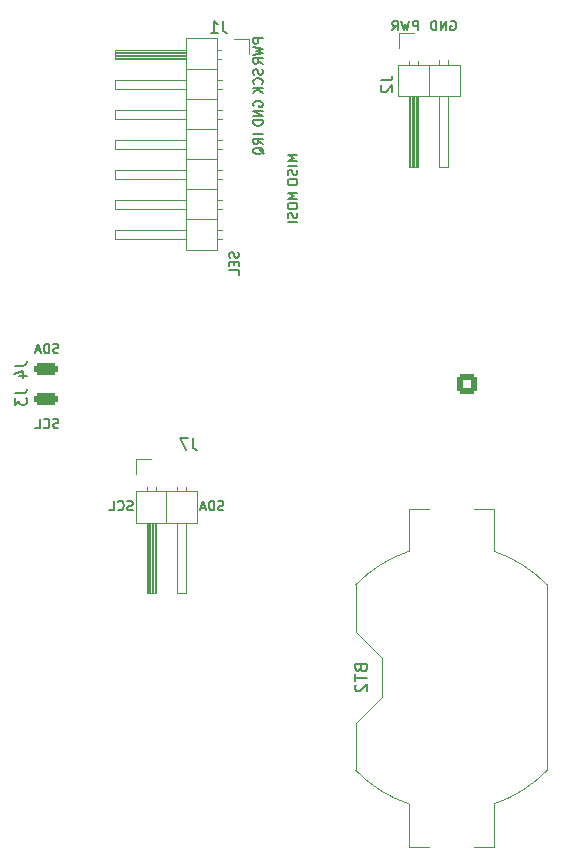
<source format=gbr>
%TF.GenerationSoftware,KiCad,Pcbnew,7.0.10*%
%TF.CreationDate,2024-02-19T19:24:59+01:00*%
%TF.ProjectId,lightning_detector,6c696768-746e-4696-9e67-5f6465746563,rev?*%
%TF.SameCoordinates,Original*%
%TF.FileFunction,Legend,Bot*%
%TF.FilePolarity,Positive*%
%FSLAX46Y46*%
G04 Gerber Fmt 4.6, Leading zero omitted, Abs format (unit mm)*
G04 Created by KiCad (PCBNEW 7.0.10) date 2024-02-19 19:24:59*
%MOMM*%
%LPD*%
G01*
G04 APERTURE LIST*
G04 Aperture macros list*
%AMRoundRect*
0 Rectangle with rounded corners*
0 $1 Rounding radius*
0 $2 $3 $4 $5 $6 $7 $8 $9 X,Y pos of 4 corners*
0 Add a 4 corners polygon primitive as box body*
4,1,4,$2,$3,$4,$5,$6,$7,$8,$9,$2,$3,0*
0 Add four circle primitives for the rounded corners*
1,1,$1+$1,$2,$3*
1,1,$1+$1,$4,$5*
1,1,$1+$1,$6,$7*
1,1,$1+$1,$8,$9*
0 Add four rect primitives between the rounded corners*
20,1,$1+$1,$2,$3,$4,$5,0*
20,1,$1+$1,$4,$5,$6,$7,0*
20,1,$1+$1,$6,$7,$8,$9,0*
20,1,$1+$1,$8,$9,$2,$3,0*%
G04 Aperture macros list end*
%ADD10C,0.150000*%
%ADD11C,0.120000*%
%ADD12C,2.700000*%
%ADD13C,2.000000*%
%ADD14R,1.600000X1.600000*%
%ADD15O,1.600000X1.600000*%
%ADD16R,2.000000X2.000000*%
%ADD17RoundRect,0.249900X-0.600100X-0.600100X0.600100X-0.600100X0.600100X0.600100X-0.600100X0.600100X0*%
%ADD18C,1.700000*%
%ADD19R,1.300000X1.300000*%
%ADD20C,1.300000*%
%ADD21C,1.600000*%
%ADD22R,2.400000X2.400000*%
%ADD23O,2.400000X2.400000*%
%ADD24R,1.700000X1.700000*%
%ADD25O,1.700000X1.700000*%
%ADD26R,3.510000X2.540000*%
%ADD27RoundRect,0.250000X-0.750000X0.250000X-0.750000X-0.250000X0.750000X-0.250000X0.750000X0.250000X0*%
G04 APERTURE END LIST*
D10*
X70760295Y-34579160D02*
X69960295Y-34579160D01*
X69960295Y-34579160D02*
X70531723Y-34845826D01*
X70531723Y-34845826D02*
X69960295Y-35112493D01*
X69960295Y-35112493D02*
X70760295Y-35112493D01*
X69960295Y-35645827D02*
X69960295Y-35798208D01*
X69960295Y-35798208D02*
X69998390Y-35874398D01*
X69998390Y-35874398D02*
X70074580Y-35950589D01*
X70074580Y-35950589D02*
X70226961Y-35988684D01*
X70226961Y-35988684D02*
X70493628Y-35988684D01*
X70493628Y-35988684D02*
X70646009Y-35950589D01*
X70646009Y-35950589D02*
X70722200Y-35874398D01*
X70722200Y-35874398D02*
X70760295Y-35798208D01*
X70760295Y-35798208D02*
X70760295Y-35645827D01*
X70760295Y-35645827D02*
X70722200Y-35569636D01*
X70722200Y-35569636D02*
X70646009Y-35493446D01*
X70646009Y-35493446D02*
X70493628Y-35455350D01*
X70493628Y-35455350D02*
X70226961Y-35455350D01*
X70226961Y-35455350D02*
X70074580Y-35493446D01*
X70074580Y-35493446D02*
X69998390Y-35569636D01*
X69998390Y-35569636D02*
X69960295Y-35645827D01*
X70722200Y-36293445D02*
X70760295Y-36407731D01*
X70760295Y-36407731D02*
X70760295Y-36598207D01*
X70760295Y-36598207D02*
X70722200Y-36674398D01*
X70722200Y-36674398D02*
X70684104Y-36712493D01*
X70684104Y-36712493D02*
X70607914Y-36750588D01*
X70607914Y-36750588D02*
X70531723Y-36750588D01*
X70531723Y-36750588D02*
X70455533Y-36712493D01*
X70455533Y-36712493D02*
X70417438Y-36674398D01*
X70417438Y-36674398D02*
X70379342Y-36598207D01*
X70379342Y-36598207D02*
X70341247Y-36445826D01*
X70341247Y-36445826D02*
X70303152Y-36369636D01*
X70303152Y-36369636D02*
X70265057Y-36331541D01*
X70265057Y-36331541D02*
X70188866Y-36293445D01*
X70188866Y-36293445D02*
X70112676Y-36293445D01*
X70112676Y-36293445D02*
X70036485Y-36331541D01*
X70036485Y-36331541D02*
X69998390Y-36369636D01*
X69998390Y-36369636D02*
X69960295Y-36445826D01*
X69960295Y-36445826D02*
X69960295Y-36636303D01*
X69960295Y-36636303D02*
X69998390Y-36750588D01*
X70760295Y-37093446D02*
X69960295Y-37093446D01*
X65769200Y-39621064D02*
X65807295Y-39735350D01*
X65807295Y-39735350D02*
X65807295Y-39925826D01*
X65807295Y-39925826D02*
X65769200Y-40002017D01*
X65769200Y-40002017D02*
X65731104Y-40040112D01*
X65731104Y-40040112D02*
X65654914Y-40078207D01*
X65654914Y-40078207D02*
X65578723Y-40078207D01*
X65578723Y-40078207D02*
X65502533Y-40040112D01*
X65502533Y-40040112D02*
X65464438Y-40002017D01*
X65464438Y-40002017D02*
X65426342Y-39925826D01*
X65426342Y-39925826D02*
X65388247Y-39773445D01*
X65388247Y-39773445D02*
X65350152Y-39697255D01*
X65350152Y-39697255D02*
X65312057Y-39659160D01*
X65312057Y-39659160D02*
X65235866Y-39621064D01*
X65235866Y-39621064D02*
X65159676Y-39621064D01*
X65159676Y-39621064D02*
X65083485Y-39659160D01*
X65083485Y-39659160D02*
X65045390Y-39697255D01*
X65045390Y-39697255D02*
X65007295Y-39773445D01*
X65007295Y-39773445D02*
X65007295Y-39963922D01*
X65007295Y-39963922D02*
X65045390Y-40078207D01*
X65388247Y-40421065D02*
X65388247Y-40687731D01*
X65807295Y-40802017D02*
X65807295Y-40421065D01*
X65807295Y-40421065D02*
X65007295Y-40421065D01*
X65007295Y-40421065D02*
X65007295Y-40802017D01*
X65807295Y-41525827D02*
X65807295Y-41144875D01*
X65807295Y-41144875D02*
X65007295Y-41144875D01*
X67077390Y-27251207D02*
X67039295Y-27175017D01*
X67039295Y-27175017D02*
X67039295Y-27060731D01*
X67039295Y-27060731D02*
X67077390Y-26946445D01*
X67077390Y-26946445D02*
X67153580Y-26870255D01*
X67153580Y-26870255D02*
X67229771Y-26832160D01*
X67229771Y-26832160D02*
X67382152Y-26794064D01*
X67382152Y-26794064D02*
X67496438Y-26794064D01*
X67496438Y-26794064D02*
X67648819Y-26832160D01*
X67648819Y-26832160D02*
X67725009Y-26870255D01*
X67725009Y-26870255D02*
X67801200Y-26946445D01*
X67801200Y-26946445D02*
X67839295Y-27060731D01*
X67839295Y-27060731D02*
X67839295Y-27136922D01*
X67839295Y-27136922D02*
X67801200Y-27251207D01*
X67801200Y-27251207D02*
X67763104Y-27289303D01*
X67763104Y-27289303D02*
X67496438Y-27289303D01*
X67496438Y-27289303D02*
X67496438Y-27136922D01*
X67839295Y-27632160D02*
X67039295Y-27632160D01*
X67039295Y-27632160D02*
X67839295Y-28089303D01*
X67839295Y-28089303D02*
X67039295Y-28089303D01*
X67839295Y-28470255D02*
X67039295Y-28470255D01*
X67039295Y-28470255D02*
X67039295Y-28660731D01*
X67039295Y-28660731D02*
X67077390Y-28775017D01*
X67077390Y-28775017D02*
X67153580Y-28851207D01*
X67153580Y-28851207D02*
X67229771Y-28889302D01*
X67229771Y-28889302D02*
X67382152Y-28927398D01*
X67382152Y-28927398D02*
X67496438Y-28927398D01*
X67496438Y-28927398D02*
X67648819Y-28889302D01*
X67648819Y-28889302D02*
X67725009Y-28851207D01*
X67725009Y-28851207D02*
X67801200Y-28775017D01*
X67801200Y-28775017D02*
X67839295Y-28660731D01*
X67839295Y-28660731D02*
X67839295Y-28470255D01*
X67839295Y-21498160D02*
X67039295Y-21498160D01*
X67039295Y-21498160D02*
X67039295Y-21802922D01*
X67039295Y-21802922D02*
X67077390Y-21879112D01*
X67077390Y-21879112D02*
X67115485Y-21917207D01*
X67115485Y-21917207D02*
X67191676Y-21955303D01*
X67191676Y-21955303D02*
X67305961Y-21955303D01*
X67305961Y-21955303D02*
X67382152Y-21917207D01*
X67382152Y-21917207D02*
X67420247Y-21879112D01*
X67420247Y-21879112D02*
X67458342Y-21802922D01*
X67458342Y-21802922D02*
X67458342Y-21498160D01*
X67039295Y-22221969D02*
X67839295Y-22412445D01*
X67839295Y-22412445D02*
X67267866Y-22564826D01*
X67267866Y-22564826D02*
X67839295Y-22717207D01*
X67839295Y-22717207D02*
X67039295Y-22907684D01*
X67839295Y-23669589D02*
X67458342Y-23402922D01*
X67839295Y-23212446D02*
X67039295Y-23212446D01*
X67039295Y-23212446D02*
X67039295Y-23517208D01*
X67039295Y-23517208D02*
X67077390Y-23593398D01*
X67077390Y-23593398D02*
X67115485Y-23631493D01*
X67115485Y-23631493D02*
X67191676Y-23669589D01*
X67191676Y-23669589D02*
X67305961Y-23669589D01*
X67305961Y-23669589D02*
X67382152Y-23631493D01*
X67382152Y-23631493D02*
X67420247Y-23593398D01*
X67420247Y-23593398D02*
X67458342Y-23517208D01*
X67458342Y-23517208D02*
X67458342Y-23212446D01*
X67801200Y-24127064D02*
X67839295Y-24241350D01*
X67839295Y-24241350D02*
X67839295Y-24431826D01*
X67839295Y-24431826D02*
X67801200Y-24508017D01*
X67801200Y-24508017D02*
X67763104Y-24546112D01*
X67763104Y-24546112D02*
X67686914Y-24584207D01*
X67686914Y-24584207D02*
X67610723Y-24584207D01*
X67610723Y-24584207D02*
X67534533Y-24546112D01*
X67534533Y-24546112D02*
X67496438Y-24508017D01*
X67496438Y-24508017D02*
X67458342Y-24431826D01*
X67458342Y-24431826D02*
X67420247Y-24279445D01*
X67420247Y-24279445D02*
X67382152Y-24203255D01*
X67382152Y-24203255D02*
X67344057Y-24165160D01*
X67344057Y-24165160D02*
X67267866Y-24127064D01*
X67267866Y-24127064D02*
X67191676Y-24127064D01*
X67191676Y-24127064D02*
X67115485Y-24165160D01*
X67115485Y-24165160D02*
X67077390Y-24203255D01*
X67077390Y-24203255D02*
X67039295Y-24279445D01*
X67039295Y-24279445D02*
X67039295Y-24469922D01*
X67039295Y-24469922D02*
X67077390Y-24584207D01*
X67763104Y-25384208D02*
X67801200Y-25346112D01*
X67801200Y-25346112D02*
X67839295Y-25231827D01*
X67839295Y-25231827D02*
X67839295Y-25155636D01*
X67839295Y-25155636D02*
X67801200Y-25041350D01*
X67801200Y-25041350D02*
X67725009Y-24965160D01*
X67725009Y-24965160D02*
X67648819Y-24927065D01*
X67648819Y-24927065D02*
X67496438Y-24888969D01*
X67496438Y-24888969D02*
X67382152Y-24888969D01*
X67382152Y-24888969D02*
X67229771Y-24927065D01*
X67229771Y-24927065D02*
X67153580Y-24965160D01*
X67153580Y-24965160D02*
X67077390Y-25041350D01*
X67077390Y-25041350D02*
X67039295Y-25155636D01*
X67039295Y-25155636D02*
X67039295Y-25231827D01*
X67039295Y-25231827D02*
X67077390Y-25346112D01*
X67077390Y-25346112D02*
X67115485Y-25384208D01*
X67839295Y-25727065D02*
X67039295Y-25727065D01*
X67839295Y-26184208D02*
X67382152Y-25841350D01*
X67039295Y-26184208D02*
X67496438Y-25727065D01*
X50548935Y-54466200D02*
X50434649Y-54504295D01*
X50434649Y-54504295D02*
X50244173Y-54504295D01*
X50244173Y-54504295D02*
X50167982Y-54466200D01*
X50167982Y-54466200D02*
X50129887Y-54428104D01*
X50129887Y-54428104D02*
X50091792Y-54351914D01*
X50091792Y-54351914D02*
X50091792Y-54275723D01*
X50091792Y-54275723D02*
X50129887Y-54199533D01*
X50129887Y-54199533D02*
X50167982Y-54161438D01*
X50167982Y-54161438D02*
X50244173Y-54123342D01*
X50244173Y-54123342D02*
X50396554Y-54085247D01*
X50396554Y-54085247D02*
X50472744Y-54047152D01*
X50472744Y-54047152D02*
X50510839Y-54009057D01*
X50510839Y-54009057D02*
X50548935Y-53932866D01*
X50548935Y-53932866D02*
X50548935Y-53856676D01*
X50548935Y-53856676D02*
X50510839Y-53780485D01*
X50510839Y-53780485D02*
X50472744Y-53742390D01*
X50472744Y-53742390D02*
X50396554Y-53704295D01*
X50396554Y-53704295D02*
X50206077Y-53704295D01*
X50206077Y-53704295D02*
X50091792Y-53742390D01*
X49291791Y-54428104D02*
X49329887Y-54466200D01*
X49329887Y-54466200D02*
X49444172Y-54504295D01*
X49444172Y-54504295D02*
X49520363Y-54504295D01*
X49520363Y-54504295D02*
X49634649Y-54466200D01*
X49634649Y-54466200D02*
X49710839Y-54390009D01*
X49710839Y-54390009D02*
X49748934Y-54313819D01*
X49748934Y-54313819D02*
X49787030Y-54161438D01*
X49787030Y-54161438D02*
X49787030Y-54047152D01*
X49787030Y-54047152D02*
X49748934Y-53894771D01*
X49748934Y-53894771D02*
X49710839Y-53818580D01*
X49710839Y-53818580D02*
X49634649Y-53742390D01*
X49634649Y-53742390D02*
X49520363Y-53704295D01*
X49520363Y-53704295D02*
X49444172Y-53704295D01*
X49444172Y-53704295D02*
X49329887Y-53742390D01*
X49329887Y-53742390D02*
X49291791Y-53780485D01*
X48567982Y-54504295D02*
X48948934Y-54504295D01*
X48948934Y-54504295D02*
X48948934Y-53704295D01*
X80990839Y-20849295D02*
X80990839Y-20049295D01*
X80990839Y-20049295D02*
X80686077Y-20049295D01*
X80686077Y-20049295D02*
X80609887Y-20087390D01*
X80609887Y-20087390D02*
X80571792Y-20125485D01*
X80571792Y-20125485D02*
X80533696Y-20201676D01*
X80533696Y-20201676D02*
X80533696Y-20315961D01*
X80533696Y-20315961D02*
X80571792Y-20392152D01*
X80571792Y-20392152D02*
X80609887Y-20430247D01*
X80609887Y-20430247D02*
X80686077Y-20468342D01*
X80686077Y-20468342D02*
X80990839Y-20468342D01*
X80267030Y-20049295D02*
X80076554Y-20849295D01*
X80076554Y-20849295D02*
X79924173Y-20277866D01*
X79924173Y-20277866D02*
X79771792Y-20849295D01*
X79771792Y-20849295D02*
X79581316Y-20049295D01*
X78819410Y-20849295D02*
X79086077Y-20468342D01*
X79276553Y-20849295D02*
X79276553Y-20049295D01*
X79276553Y-20049295D02*
X78971791Y-20049295D01*
X78971791Y-20049295D02*
X78895601Y-20087390D01*
X78895601Y-20087390D02*
X78857506Y-20125485D01*
X78857506Y-20125485D02*
X78819410Y-20201676D01*
X78819410Y-20201676D02*
X78819410Y-20315961D01*
X78819410Y-20315961D02*
X78857506Y-20392152D01*
X78857506Y-20392152D02*
X78895601Y-20430247D01*
X78895601Y-20430247D02*
X78971791Y-20468342D01*
X78971791Y-20468342D02*
X79276553Y-20468342D01*
X70760295Y-31404160D02*
X69960295Y-31404160D01*
X69960295Y-31404160D02*
X70531723Y-31670826D01*
X70531723Y-31670826D02*
X69960295Y-31937493D01*
X69960295Y-31937493D02*
X70760295Y-31937493D01*
X70760295Y-32318446D02*
X69960295Y-32318446D01*
X70722200Y-32661302D02*
X70760295Y-32775588D01*
X70760295Y-32775588D02*
X70760295Y-32966064D01*
X70760295Y-32966064D02*
X70722200Y-33042255D01*
X70722200Y-33042255D02*
X70684104Y-33080350D01*
X70684104Y-33080350D02*
X70607914Y-33118445D01*
X70607914Y-33118445D02*
X70531723Y-33118445D01*
X70531723Y-33118445D02*
X70455533Y-33080350D01*
X70455533Y-33080350D02*
X70417438Y-33042255D01*
X70417438Y-33042255D02*
X70379342Y-32966064D01*
X70379342Y-32966064D02*
X70341247Y-32813683D01*
X70341247Y-32813683D02*
X70303152Y-32737493D01*
X70303152Y-32737493D02*
X70265057Y-32699398D01*
X70265057Y-32699398D02*
X70188866Y-32661302D01*
X70188866Y-32661302D02*
X70112676Y-32661302D01*
X70112676Y-32661302D02*
X70036485Y-32699398D01*
X70036485Y-32699398D02*
X69998390Y-32737493D01*
X69998390Y-32737493D02*
X69960295Y-32813683D01*
X69960295Y-32813683D02*
X69960295Y-33004160D01*
X69960295Y-33004160D02*
X69998390Y-33118445D01*
X69960295Y-33613684D02*
X69960295Y-33766065D01*
X69960295Y-33766065D02*
X69998390Y-33842255D01*
X69998390Y-33842255D02*
X70074580Y-33918446D01*
X70074580Y-33918446D02*
X70226961Y-33956541D01*
X70226961Y-33956541D02*
X70493628Y-33956541D01*
X70493628Y-33956541D02*
X70646009Y-33918446D01*
X70646009Y-33918446D02*
X70722200Y-33842255D01*
X70722200Y-33842255D02*
X70760295Y-33766065D01*
X70760295Y-33766065D02*
X70760295Y-33613684D01*
X70760295Y-33613684D02*
X70722200Y-33537493D01*
X70722200Y-33537493D02*
X70646009Y-33461303D01*
X70646009Y-33461303D02*
X70493628Y-33423207D01*
X70493628Y-33423207D02*
X70226961Y-33423207D01*
X70226961Y-33423207D02*
X70074580Y-33461303D01*
X70074580Y-33461303D02*
X69998390Y-33537493D01*
X69998390Y-33537493D02*
X69960295Y-33613684D01*
X83746792Y-20087390D02*
X83822982Y-20049295D01*
X83822982Y-20049295D02*
X83937268Y-20049295D01*
X83937268Y-20049295D02*
X84051554Y-20087390D01*
X84051554Y-20087390D02*
X84127744Y-20163580D01*
X84127744Y-20163580D02*
X84165839Y-20239771D01*
X84165839Y-20239771D02*
X84203935Y-20392152D01*
X84203935Y-20392152D02*
X84203935Y-20506438D01*
X84203935Y-20506438D02*
X84165839Y-20658819D01*
X84165839Y-20658819D02*
X84127744Y-20735009D01*
X84127744Y-20735009D02*
X84051554Y-20811200D01*
X84051554Y-20811200D02*
X83937268Y-20849295D01*
X83937268Y-20849295D02*
X83861077Y-20849295D01*
X83861077Y-20849295D02*
X83746792Y-20811200D01*
X83746792Y-20811200D02*
X83708696Y-20773104D01*
X83708696Y-20773104D02*
X83708696Y-20506438D01*
X83708696Y-20506438D02*
X83861077Y-20506438D01*
X83365839Y-20849295D02*
X83365839Y-20049295D01*
X83365839Y-20049295D02*
X82908696Y-20849295D01*
X82908696Y-20849295D02*
X82908696Y-20049295D01*
X82527744Y-20849295D02*
X82527744Y-20049295D01*
X82527744Y-20049295D02*
X82337268Y-20049295D01*
X82337268Y-20049295D02*
X82222982Y-20087390D01*
X82222982Y-20087390D02*
X82146792Y-20163580D01*
X82146792Y-20163580D02*
X82108697Y-20239771D01*
X82108697Y-20239771D02*
X82070601Y-20392152D01*
X82070601Y-20392152D02*
X82070601Y-20506438D01*
X82070601Y-20506438D02*
X82108697Y-20658819D01*
X82108697Y-20658819D02*
X82146792Y-20735009D01*
X82146792Y-20735009D02*
X82222982Y-20811200D01*
X82222982Y-20811200D02*
X82337268Y-20849295D01*
X82337268Y-20849295D02*
X82527744Y-20849295D01*
X56838935Y-61451200D02*
X56724649Y-61489295D01*
X56724649Y-61489295D02*
X56534173Y-61489295D01*
X56534173Y-61489295D02*
X56457982Y-61451200D01*
X56457982Y-61451200D02*
X56419887Y-61413104D01*
X56419887Y-61413104D02*
X56381792Y-61336914D01*
X56381792Y-61336914D02*
X56381792Y-61260723D01*
X56381792Y-61260723D02*
X56419887Y-61184533D01*
X56419887Y-61184533D02*
X56457982Y-61146438D01*
X56457982Y-61146438D02*
X56534173Y-61108342D01*
X56534173Y-61108342D02*
X56686554Y-61070247D01*
X56686554Y-61070247D02*
X56762744Y-61032152D01*
X56762744Y-61032152D02*
X56800839Y-60994057D01*
X56800839Y-60994057D02*
X56838935Y-60917866D01*
X56838935Y-60917866D02*
X56838935Y-60841676D01*
X56838935Y-60841676D02*
X56800839Y-60765485D01*
X56800839Y-60765485D02*
X56762744Y-60727390D01*
X56762744Y-60727390D02*
X56686554Y-60689295D01*
X56686554Y-60689295D02*
X56496077Y-60689295D01*
X56496077Y-60689295D02*
X56381792Y-60727390D01*
X55581791Y-61413104D02*
X55619887Y-61451200D01*
X55619887Y-61451200D02*
X55734172Y-61489295D01*
X55734172Y-61489295D02*
X55810363Y-61489295D01*
X55810363Y-61489295D02*
X55924649Y-61451200D01*
X55924649Y-61451200D02*
X56000839Y-61375009D01*
X56000839Y-61375009D02*
X56038934Y-61298819D01*
X56038934Y-61298819D02*
X56077030Y-61146438D01*
X56077030Y-61146438D02*
X56077030Y-61032152D01*
X56077030Y-61032152D02*
X56038934Y-60879771D01*
X56038934Y-60879771D02*
X56000839Y-60803580D01*
X56000839Y-60803580D02*
X55924649Y-60727390D01*
X55924649Y-60727390D02*
X55810363Y-60689295D01*
X55810363Y-60689295D02*
X55734172Y-60689295D01*
X55734172Y-60689295D02*
X55619887Y-60727390D01*
X55619887Y-60727390D02*
X55581791Y-60765485D01*
X54857982Y-61489295D02*
X55238934Y-61489295D01*
X55238934Y-61489295D02*
X55238934Y-60689295D01*
X50548935Y-48116200D02*
X50434649Y-48154295D01*
X50434649Y-48154295D02*
X50244173Y-48154295D01*
X50244173Y-48154295D02*
X50167982Y-48116200D01*
X50167982Y-48116200D02*
X50129887Y-48078104D01*
X50129887Y-48078104D02*
X50091792Y-48001914D01*
X50091792Y-48001914D02*
X50091792Y-47925723D01*
X50091792Y-47925723D02*
X50129887Y-47849533D01*
X50129887Y-47849533D02*
X50167982Y-47811438D01*
X50167982Y-47811438D02*
X50244173Y-47773342D01*
X50244173Y-47773342D02*
X50396554Y-47735247D01*
X50396554Y-47735247D02*
X50472744Y-47697152D01*
X50472744Y-47697152D02*
X50510839Y-47659057D01*
X50510839Y-47659057D02*
X50548935Y-47582866D01*
X50548935Y-47582866D02*
X50548935Y-47506676D01*
X50548935Y-47506676D02*
X50510839Y-47430485D01*
X50510839Y-47430485D02*
X50472744Y-47392390D01*
X50472744Y-47392390D02*
X50396554Y-47354295D01*
X50396554Y-47354295D02*
X50206077Y-47354295D01*
X50206077Y-47354295D02*
X50091792Y-47392390D01*
X49748934Y-48154295D02*
X49748934Y-47354295D01*
X49748934Y-47354295D02*
X49558458Y-47354295D01*
X49558458Y-47354295D02*
X49444172Y-47392390D01*
X49444172Y-47392390D02*
X49367982Y-47468580D01*
X49367982Y-47468580D02*
X49329887Y-47544771D01*
X49329887Y-47544771D02*
X49291791Y-47697152D01*
X49291791Y-47697152D02*
X49291791Y-47811438D01*
X49291791Y-47811438D02*
X49329887Y-47963819D01*
X49329887Y-47963819D02*
X49367982Y-48040009D01*
X49367982Y-48040009D02*
X49444172Y-48116200D01*
X49444172Y-48116200D02*
X49558458Y-48154295D01*
X49558458Y-48154295D02*
X49748934Y-48154295D01*
X48987030Y-47925723D02*
X48606077Y-47925723D01*
X49063220Y-48154295D02*
X48796553Y-47354295D01*
X48796553Y-47354295D02*
X48529887Y-48154295D01*
X64518935Y-61451200D02*
X64404649Y-61489295D01*
X64404649Y-61489295D02*
X64214173Y-61489295D01*
X64214173Y-61489295D02*
X64137982Y-61451200D01*
X64137982Y-61451200D02*
X64099887Y-61413104D01*
X64099887Y-61413104D02*
X64061792Y-61336914D01*
X64061792Y-61336914D02*
X64061792Y-61260723D01*
X64061792Y-61260723D02*
X64099887Y-61184533D01*
X64099887Y-61184533D02*
X64137982Y-61146438D01*
X64137982Y-61146438D02*
X64214173Y-61108342D01*
X64214173Y-61108342D02*
X64366554Y-61070247D01*
X64366554Y-61070247D02*
X64442744Y-61032152D01*
X64442744Y-61032152D02*
X64480839Y-60994057D01*
X64480839Y-60994057D02*
X64518935Y-60917866D01*
X64518935Y-60917866D02*
X64518935Y-60841676D01*
X64518935Y-60841676D02*
X64480839Y-60765485D01*
X64480839Y-60765485D02*
X64442744Y-60727390D01*
X64442744Y-60727390D02*
X64366554Y-60689295D01*
X64366554Y-60689295D02*
X64176077Y-60689295D01*
X64176077Y-60689295D02*
X64061792Y-60727390D01*
X63718934Y-61489295D02*
X63718934Y-60689295D01*
X63718934Y-60689295D02*
X63528458Y-60689295D01*
X63528458Y-60689295D02*
X63414172Y-60727390D01*
X63414172Y-60727390D02*
X63337982Y-60803580D01*
X63337982Y-60803580D02*
X63299887Y-60879771D01*
X63299887Y-60879771D02*
X63261791Y-61032152D01*
X63261791Y-61032152D02*
X63261791Y-61146438D01*
X63261791Y-61146438D02*
X63299887Y-61298819D01*
X63299887Y-61298819D02*
X63337982Y-61375009D01*
X63337982Y-61375009D02*
X63414172Y-61451200D01*
X63414172Y-61451200D02*
X63528458Y-61489295D01*
X63528458Y-61489295D02*
X63718934Y-61489295D01*
X62957030Y-61260723D02*
X62576077Y-61260723D01*
X63033220Y-61489295D02*
X62766553Y-60689295D01*
X62766553Y-60689295D02*
X62499887Y-61489295D01*
X67839295Y-29626160D02*
X67039295Y-29626160D01*
X67839295Y-30464255D02*
X67458342Y-30197588D01*
X67839295Y-30007112D02*
X67039295Y-30007112D01*
X67039295Y-30007112D02*
X67039295Y-30311874D01*
X67039295Y-30311874D02*
X67077390Y-30388064D01*
X67077390Y-30388064D02*
X67115485Y-30426159D01*
X67115485Y-30426159D02*
X67191676Y-30464255D01*
X67191676Y-30464255D02*
X67305961Y-30464255D01*
X67305961Y-30464255D02*
X67382152Y-30426159D01*
X67382152Y-30426159D02*
X67420247Y-30388064D01*
X67420247Y-30388064D02*
X67458342Y-30311874D01*
X67458342Y-30311874D02*
X67458342Y-30007112D01*
X67915485Y-31340445D02*
X67877390Y-31264255D01*
X67877390Y-31264255D02*
X67801200Y-31188064D01*
X67801200Y-31188064D02*
X67686914Y-31073778D01*
X67686914Y-31073778D02*
X67648819Y-30997588D01*
X67648819Y-30997588D02*
X67648819Y-30921397D01*
X67839295Y-30959493D02*
X67801200Y-30883302D01*
X67801200Y-30883302D02*
X67725009Y-30807112D01*
X67725009Y-30807112D02*
X67572628Y-30769016D01*
X67572628Y-30769016D02*
X67305961Y-30769016D01*
X67305961Y-30769016D02*
X67153580Y-30807112D01*
X67153580Y-30807112D02*
X67077390Y-30883302D01*
X67077390Y-30883302D02*
X67039295Y-30959493D01*
X67039295Y-30959493D02*
X67039295Y-31111874D01*
X67039295Y-31111874D02*
X67077390Y-31188064D01*
X67077390Y-31188064D02*
X67153580Y-31264255D01*
X67153580Y-31264255D02*
X67305961Y-31302350D01*
X67305961Y-31302350D02*
X67572628Y-31302350D01*
X67572628Y-31302350D02*
X67725009Y-31264255D01*
X67725009Y-31264255D02*
X67801200Y-31188064D01*
X67801200Y-31188064D02*
X67839295Y-31111874D01*
X67839295Y-31111874D02*
X67839295Y-30959493D01*
X76131009Y-74854285D02*
X76178628Y-74997142D01*
X76178628Y-74997142D02*
X76226247Y-75044761D01*
X76226247Y-75044761D02*
X76321485Y-75092380D01*
X76321485Y-75092380D02*
X76464342Y-75092380D01*
X76464342Y-75092380D02*
X76559580Y-75044761D01*
X76559580Y-75044761D02*
X76607200Y-74997142D01*
X76607200Y-74997142D02*
X76654819Y-74901904D01*
X76654819Y-74901904D02*
X76654819Y-74520952D01*
X76654819Y-74520952D02*
X75654819Y-74520952D01*
X75654819Y-74520952D02*
X75654819Y-74854285D01*
X75654819Y-74854285D02*
X75702438Y-74949523D01*
X75702438Y-74949523D02*
X75750057Y-74997142D01*
X75750057Y-74997142D02*
X75845295Y-75044761D01*
X75845295Y-75044761D02*
X75940533Y-75044761D01*
X75940533Y-75044761D02*
X76035771Y-74997142D01*
X76035771Y-74997142D02*
X76083390Y-74949523D01*
X76083390Y-74949523D02*
X76131009Y-74854285D01*
X76131009Y-74854285D02*
X76131009Y-74520952D01*
X75654819Y-75378095D02*
X75654819Y-75949523D01*
X76654819Y-75663809D02*
X75654819Y-75663809D01*
X75750057Y-76235238D02*
X75702438Y-76282857D01*
X75702438Y-76282857D02*
X75654819Y-76378095D01*
X75654819Y-76378095D02*
X75654819Y-76616190D01*
X75654819Y-76616190D02*
X75702438Y-76711428D01*
X75702438Y-76711428D02*
X75750057Y-76759047D01*
X75750057Y-76759047D02*
X75845295Y-76806666D01*
X75845295Y-76806666D02*
X75940533Y-76806666D01*
X75940533Y-76806666D02*
X76083390Y-76759047D01*
X76083390Y-76759047D02*
X76654819Y-76187619D01*
X76654819Y-76187619D02*
X76654819Y-76806666D01*
X46853708Y-49231758D02*
X47567993Y-49231758D01*
X47567993Y-49231758D02*
X47710850Y-49184139D01*
X47710850Y-49184139D02*
X47806089Y-49088901D01*
X47806089Y-49088901D02*
X47853708Y-48946044D01*
X47853708Y-48946044D02*
X47853708Y-48850806D01*
X47187041Y-50136520D02*
X47853708Y-50136520D01*
X46806089Y-49898425D02*
X47520374Y-49660330D01*
X47520374Y-49660330D02*
X47520374Y-50279377D01*
X46853708Y-51562660D02*
X47567993Y-51562660D01*
X47567993Y-51562660D02*
X47710850Y-51515041D01*
X47710850Y-51515041D02*
X47806089Y-51419803D01*
X47806089Y-51419803D02*
X47853708Y-51276946D01*
X47853708Y-51276946D02*
X47853708Y-51181708D01*
X46853708Y-51943613D02*
X46853708Y-52562660D01*
X46853708Y-52562660D02*
X47234660Y-52229327D01*
X47234660Y-52229327D02*
X47234660Y-52372184D01*
X47234660Y-52372184D02*
X47282279Y-52467422D01*
X47282279Y-52467422D02*
X47329898Y-52515041D01*
X47329898Y-52515041D02*
X47425136Y-52562660D01*
X47425136Y-52562660D02*
X47663231Y-52562660D01*
X47663231Y-52562660D02*
X47758469Y-52515041D01*
X47758469Y-52515041D02*
X47806089Y-52467422D01*
X47806089Y-52467422D02*
X47853708Y-52372184D01*
X47853708Y-52372184D02*
X47853708Y-52086470D01*
X47853708Y-52086470D02*
X47806089Y-51991232D01*
X47806089Y-51991232D02*
X47758469Y-51943613D01*
X64468333Y-20044819D02*
X64468333Y-20759104D01*
X64468333Y-20759104D02*
X64515952Y-20901961D01*
X64515952Y-20901961D02*
X64611190Y-20997200D01*
X64611190Y-20997200D02*
X64754047Y-21044819D01*
X64754047Y-21044819D02*
X64849285Y-21044819D01*
X63468333Y-21044819D02*
X64039761Y-21044819D01*
X63754047Y-21044819D02*
X63754047Y-20044819D01*
X63754047Y-20044819D02*
X63849285Y-20187676D01*
X63849285Y-20187676D02*
X63944523Y-20282914D01*
X63944523Y-20282914D02*
X64039761Y-20330533D01*
X61928333Y-55334819D02*
X61928333Y-56049104D01*
X61928333Y-56049104D02*
X61975952Y-56191961D01*
X61975952Y-56191961D02*
X62071190Y-56287200D01*
X62071190Y-56287200D02*
X62214047Y-56334819D01*
X62214047Y-56334819D02*
X62309285Y-56334819D01*
X61547380Y-55334819D02*
X60880714Y-55334819D01*
X60880714Y-55334819D02*
X61309285Y-56334819D01*
X77824819Y-25066666D02*
X78539104Y-25066666D01*
X78539104Y-25066666D02*
X78681961Y-25019047D01*
X78681961Y-25019047D02*
X78777200Y-24923809D01*
X78777200Y-24923809D02*
X78824819Y-24780952D01*
X78824819Y-24780952D02*
X78824819Y-24685714D01*
X77920057Y-25495238D02*
X77872438Y-25542857D01*
X77872438Y-25542857D02*
X77824819Y-25638095D01*
X77824819Y-25638095D02*
X77824819Y-25876190D01*
X77824819Y-25876190D02*
X77872438Y-25971428D01*
X77872438Y-25971428D02*
X77920057Y-26019047D01*
X77920057Y-26019047D02*
X78015295Y-26066666D01*
X78015295Y-26066666D02*
X78110533Y-26066666D01*
X78110533Y-26066666D02*
X78253390Y-26019047D01*
X78253390Y-26019047D02*
X78824819Y-25447619D01*
X78824819Y-25447619D02*
X78824819Y-26066666D01*
D11*
%TO.C,BT2*%
X81920000Y-89950000D02*
X80210000Y-89950000D01*
X85720000Y-89950000D02*
X87430000Y-89950000D01*
X87430000Y-89950000D02*
X87430000Y-86332000D01*
X80210000Y-86332000D02*
X80210000Y-89950000D01*
X91930000Y-83487300D02*
X91930000Y-67792700D01*
X75710000Y-79500000D02*
X75710000Y-83487300D01*
X77910000Y-77300000D02*
X75710000Y-79500000D01*
X77910000Y-73980000D02*
X77910000Y-77300000D01*
X77910000Y-73980000D02*
X75710000Y-71780000D01*
X75710000Y-67792700D02*
X75710000Y-71780000D01*
X87430000Y-64948000D02*
X87430000Y-61330000D01*
X80210000Y-61330000D02*
X80210000Y-64948000D01*
X81920000Y-61330000D02*
X80210000Y-61330000D01*
X85720000Y-61330000D02*
X87430000Y-61330000D01*
X75708211Y-83485371D02*
G75*
G03*
X80210000Y-86332000I8111775J7845350D01*
G01*
X87429999Y-86331998D02*
G75*
G03*
X91931789Y-83485371I-3610009J10692018D01*
G01*
X80210000Y-64948000D02*
G75*
G03*
X75708211Y-67794629I3610012J-10692020D01*
G01*
X91931789Y-67794629D02*
G75*
G03*
X87430000Y-64948000I-8111801J-7845391D01*
G01*
%TO.C,J1*%
X66675000Y-22860000D02*
X66675000Y-21590000D01*
X66675000Y-21590000D02*
X65405000Y-21590000D01*
X64362071Y-38480000D02*
X63965000Y-38480000D01*
X64362071Y-37720000D02*
X63965000Y-37720000D01*
X64362071Y-35940000D02*
X63965000Y-35940000D01*
X64362071Y-35180000D02*
X63965000Y-35180000D01*
X64362071Y-33400000D02*
X63965000Y-33400000D01*
X64362071Y-32640000D02*
X63965000Y-32640000D01*
X64362071Y-30860000D02*
X63965000Y-30860000D01*
X64362071Y-30100000D02*
X63965000Y-30100000D01*
X64362071Y-28320000D02*
X63965000Y-28320000D01*
X64362071Y-27560000D02*
X63965000Y-27560000D01*
X64362071Y-25780000D02*
X63965000Y-25780000D01*
X64362071Y-25020000D02*
X63965000Y-25020000D01*
X64295000Y-23240000D02*
X63965000Y-23240000D01*
X64295000Y-22480000D02*
X63965000Y-22480000D01*
X63965000Y-39430000D02*
X61305000Y-39430000D01*
X63965000Y-36830000D02*
X61305000Y-36830000D01*
X63965000Y-34290000D02*
X61305000Y-34290000D01*
X63965000Y-31750000D02*
X61305000Y-31750000D01*
X63965000Y-29210000D02*
X61305000Y-29210000D01*
X63965000Y-26670000D02*
X61305000Y-26670000D01*
X63965000Y-24130000D02*
X61305000Y-24130000D01*
X63965000Y-21530000D02*
X63965000Y-39430000D01*
X61305000Y-39430000D02*
X61305000Y-21530000D01*
X61305000Y-37720000D02*
X55305000Y-37720000D01*
X61305000Y-35180000D02*
X55305000Y-35180000D01*
X61305000Y-32640000D02*
X55305000Y-32640000D01*
X61305000Y-30100000D02*
X55305000Y-30100000D01*
X61305000Y-27560000D02*
X55305000Y-27560000D01*
X61305000Y-25020000D02*
X55305000Y-25020000D01*
X61305000Y-23140000D02*
X55305000Y-23140000D01*
X61305000Y-23020000D02*
X55305000Y-23020000D01*
X61305000Y-22900000D02*
X55305000Y-22900000D01*
X61305000Y-22780000D02*
X55305000Y-22780000D01*
X61305000Y-22660000D02*
X55305000Y-22660000D01*
X61305000Y-22540000D02*
X55305000Y-22540000D01*
X61305000Y-22480000D02*
X55305000Y-22480000D01*
X61305000Y-21530000D02*
X63965000Y-21530000D01*
X55305000Y-38480000D02*
X61305000Y-38480000D01*
X55305000Y-37720000D02*
X55305000Y-38480000D01*
X55305000Y-35940000D02*
X61305000Y-35940000D01*
X55305000Y-35180000D02*
X55305000Y-35940000D01*
X55305000Y-33400000D02*
X61305000Y-33400000D01*
X55305000Y-32640000D02*
X55305000Y-33400000D01*
X55305000Y-30860000D02*
X61305000Y-30860000D01*
X55305000Y-30100000D02*
X55305000Y-30860000D01*
X55305000Y-28320000D02*
X61305000Y-28320000D01*
X55305000Y-27560000D02*
X55305000Y-28320000D01*
X55305000Y-25780000D02*
X61305000Y-25780000D01*
X55305000Y-25020000D02*
X55305000Y-25780000D01*
X55305000Y-23240000D02*
X61305000Y-23240000D01*
X55305000Y-22480000D02*
X55305000Y-23240000D01*
%TO.C,J7*%
X58420000Y-57150000D02*
X57150000Y-57150000D01*
X57150000Y-57150000D02*
X57150000Y-58420000D01*
X61340000Y-59462929D02*
X61340000Y-59860000D01*
X60580000Y-59462929D02*
X60580000Y-59860000D01*
X58800000Y-59530000D02*
X58800000Y-59860000D01*
X58040000Y-59530000D02*
X58040000Y-59860000D01*
X62290000Y-59860000D02*
X62290000Y-62520000D01*
X59690000Y-59860000D02*
X59690000Y-62520000D01*
X57090000Y-59860000D02*
X62290000Y-59860000D01*
X62290000Y-62520000D02*
X57090000Y-62520000D01*
X60580000Y-62520000D02*
X60580000Y-68520000D01*
X58700000Y-62520000D02*
X58700000Y-68520000D01*
X58580000Y-62520000D02*
X58580000Y-68520000D01*
X58460000Y-62520000D02*
X58460000Y-68520000D01*
X58340000Y-62520000D02*
X58340000Y-68520000D01*
X58220000Y-62520000D02*
X58220000Y-68520000D01*
X58100000Y-62520000D02*
X58100000Y-68520000D01*
X58040000Y-62520000D02*
X58040000Y-68520000D01*
X57090000Y-62520000D02*
X57090000Y-59860000D01*
X61340000Y-68520000D02*
X61340000Y-62520000D01*
X60580000Y-68520000D02*
X61340000Y-68520000D01*
X58800000Y-68520000D02*
X58800000Y-62520000D01*
X58040000Y-68520000D02*
X58800000Y-68520000D01*
%TO.C,J2*%
X80640000Y-21025000D02*
X79370000Y-21025000D01*
X79370000Y-21025000D02*
X79370000Y-22295000D01*
X83560000Y-23337929D02*
X83560000Y-23735000D01*
X82800000Y-23337929D02*
X82800000Y-23735000D01*
X81020000Y-23405000D02*
X81020000Y-23735000D01*
X80260000Y-23405000D02*
X80260000Y-23735000D01*
X84510000Y-23735000D02*
X84510000Y-26395000D01*
X81910000Y-23735000D02*
X81910000Y-26395000D01*
X79310000Y-23735000D02*
X84510000Y-23735000D01*
X84510000Y-26395000D02*
X79310000Y-26395000D01*
X82800000Y-26395000D02*
X82800000Y-32395000D01*
X80920000Y-26395000D02*
X80920000Y-32395000D01*
X80800000Y-26395000D02*
X80800000Y-32395000D01*
X80680000Y-26395000D02*
X80680000Y-32395000D01*
X80560000Y-26395000D02*
X80560000Y-32395000D01*
X80440000Y-26395000D02*
X80440000Y-32395000D01*
X80320000Y-26395000D02*
X80320000Y-32395000D01*
X80260000Y-26395000D02*
X80260000Y-32395000D01*
X79310000Y-26395000D02*
X79310000Y-23735000D01*
X83560000Y-32395000D02*
X83560000Y-26395000D01*
X82800000Y-32395000D02*
X83560000Y-32395000D01*
X81020000Y-32395000D02*
X81020000Y-26395000D01*
X80260000Y-32395000D02*
X81020000Y-32395000D01*
%TD*%
%LPC*%
D12*
%TO.C,H1*%
X30861000Y-20701000D03*
%TD*%
D13*
%TO.C,SW7*%
X66040000Y-87575000D03*
X72540000Y-87575000D03*
X66040000Y-92075000D03*
X72540000Y-92075000D03*
%TD*%
%TO.C,SW5*%
X52705000Y-76200000D03*
X59205000Y-76200000D03*
X52705000Y-80700000D03*
X59205000Y-80700000D03*
%TD*%
D14*
%TO.C,SW2*%
X38100000Y-27940000D03*
D15*
X38100000Y-30480000D03*
X38100000Y-33020000D03*
X38100000Y-35560000D03*
X38100000Y-38100000D03*
X38100000Y-40640000D03*
X38100000Y-43180000D03*
X38100000Y-45720000D03*
X45720000Y-45720000D03*
X45720000Y-43180000D03*
X45720000Y-40640000D03*
X45720000Y-38100000D03*
X45720000Y-35560000D03*
X45720000Y-33020000D03*
X45720000Y-30480000D03*
X45720000Y-27940000D03*
%TD*%
D16*
%TO.C,TP3*%
X47625000Y-20320000D03*
%TD*%
D13*
%TO.C,C4*%
X74930000Y-29785000D03*
X74930000Y-22285000D03*
%TD*%
D17*
%TO.C,LS1*%
X85110000Y-50800000D03*
D18*
X92710000Y-50800000D03*
%TD*%
D12*
%TO.C,H3*%
X98679000Y-93599000D03*
%TD*%
D19*
%TO.C,Q1*%
X77470000Y-54610000D03*
D20*
X76200000Y-55880000D03*
X74930000Y-54610000D03*
%TD*%
D21*
%TO.C,R2*%
X78105000Y-43180000D03*
D15*
X78105000Y-50800000D03*
%TD*%
D13*
%TO.C,C2*%
X88325000Y-33020000D03*
X95825000Y-33020000D03*
%TD*%
D14*
%TO.C,SW3*%
X38100000Y-51308000D03*
D15*
X38100000Y-53848000D03*
X38100000Y-56388000D03*
X38100000Y-58928000D03*
X38100000Y-61468000D03*
X38100000Y-64008000D03*
X38100000Y-66548000D03*
X38100000Y-69088000D03*
X45720000Y-69088000D03*
X45720000Y-66548000D03*
X45720000Y-64008000D03*
X45720000Y-61468000D03*
X45720000Y-58928000D03*
X45720000Y-56388000D03*
X45720000Y-53848000D03*
X45720000Y-51308000D03*
%TD*%
D22*
%TO.C,C1*%
X95360000Y-38977500D03*
D23*
X77360000Y-38977500D03*
%TD*%
D21*
%TO.C,R4*%
X71755000Y-34290000D03*
D15*
X71755000Y-26670000D03*
%TD*%
D21*
%TO.C,R1*%
X74422000Y-43180000D03*
D15*
X74422000Y-50800000D03*
%TD*%
D24*
%TO.C,SW1*%
X93980000Y-22860000D03*
D25*
X91440000Y-22860000D03*
X88900000Y-22860000D03*
%TD*%
D13*
%TO.C,C3*%
X88325000Y-28575000D03*
X95825000Y-28575000D03*
%TD*%
D12*
%TO.C,H4*%
X98679000Y-20701000D03*
%TD*%
D21*
%TO.C,R3*%
X56515000Y-48895000D03*
D15*
X56515000Y-41275000D03*
%TD*%
D12*
%TO.C,H2*%
X30861000Y-93599000D03*
%TD*%
D13*
%TO.C,TP1*%
X40005000Y-20320000D03*
%TD*%
D14*
%TO.C,SW4*%
X38100000Y-74930000D03*
D15*
X38100000Y-77470000D03*
X38100000Y-80010000D03*
X38100000Y-82550000D03*
X38100000Y-85090000D03*
X38100000Y-87630000D03*
X38100000Y-90170000D03*
X38100000Y-92710000D03*
X45720000Y-92710000D03*
X45720000Y-90170000D03*
X45720000Y-87630000D03*
X45720000Y-85090000D03*
X45720000Y-82550000D03*
X45720000Y-80010000D03*
X45720000Y-77470000D03*
X45720000Y-74930000D03*
%TD*%
D14*
%TO.C,A1*%
X68580000Y-68580000D03*
D15*
X68580000Y-66040000D03*
X68580000Y-63500000D03*
X68580000Y-60960000D03*
X68580000Y-58420000D03*
X68580000Y-55880000D03*
X68580000Y-53340000D03*
X68580000Y-50800000D03*
X68580000Y-48260000D03*
X68580000Y-45720000D03*
X68580000Y-43180000D03*
X68580000Y-40640000D03*
X68580000Y-38100000D03*
X68580000Y-35560000D03*
X68580000Y-33020000D03*
X53340000Y-33020000D03*
X53340000Y-35560000D03*
X53340000Y-38100000D03*
X53340000Y-40640000D03*
X53340000Y-43180000D03*
X53340000Y-45720000D03*
X53340000Y-48260000D03*
X53340000Y-50800000D03*
X53340000Y-53340000D03*
X53340000Y-55880000D03*
X53340000Y-58420000D03*
X53340000Y-60960000D03*
X53340000Y-63500000D03*
X53340000Y-66040000D03*
X53340000Y-68580000D03*
%TD*%
D13*
%TO.C,SW6*%
X52705000Y-87575000D03*
X59205000Y-87575000D03*
X52705000Y-92075000D03*
X59205000Y-92075000D03*
%TD*%
D16*
%TO.C,TP5*%
X91440000Y-93980000D03*
%TD*%
D26*
%TO.C,BT2*%
X83820000Y-90320000D03*
X83820000Y-60960000D03*
%TD*%
D27*
%TO.C,J4*%
X49530000Y-49530000D03*
%TD*%
%TO.C,J3*%
X49530000Y-52070000D03*
%TD*%
D24*
%TO.C,J1*%
X65405000Y-22860000D03*
D25*
X65405000Y-25400000D03*
X65405000Y-27940000D03*
X65405000Y-30480000D03*
X65405000Y-33020000D03*
X65405000Y-35560000D03*
X65405000Y-38100000D03*
%TD*%
D24*
%TO.C,J7*%
X58420000Y-58420000D03*
D25*
X60960000Y-58420000D03*
%TD*%
D24*
%TO.C,J2*%
X80640000Y-22295000D03*
D25*
X83180000Y-22295000D03*
%TD*%
%LPD*%
M02*

</source>
